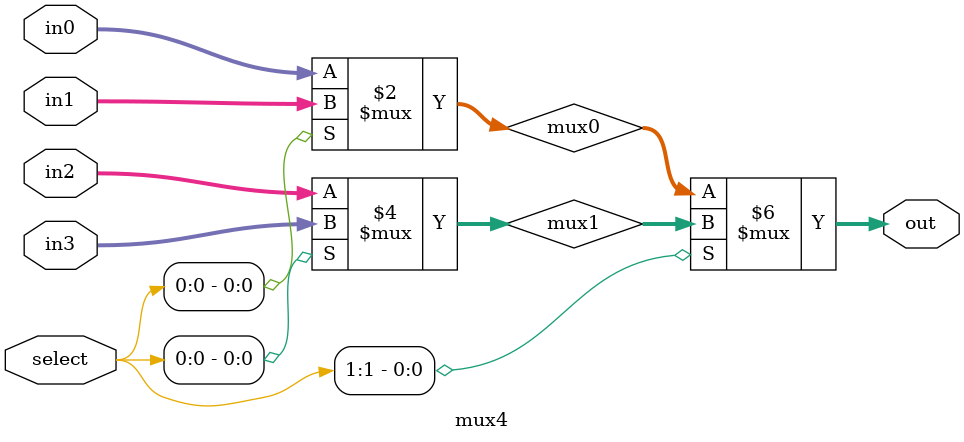
<source format=sv>
`timescale 1ns/1ps
`default_nettype none
module mux4(in0,in1,in2,in3,select,out);

//parameter definitions
parameter N = 32;
//port definitions
input  wire [N-1:0] in0;
input  wire [N-1:0] in1;
input  wire [N-1:0] in2;
input  wire [N-1:0] in3;
input  wire [1:0] select;
output logic [N-1:0] out;

logic [N-1:0] mux0, mux1;
// make 4:1 out of 3 2:1 muxes.
always_comb mux0 = select[0] ? in1 : in0;
always_comb mux1 = select[0] ? in3 : in2;
always_comb out = select[1] ? mux1 : mux0;

endmodule

</source>
